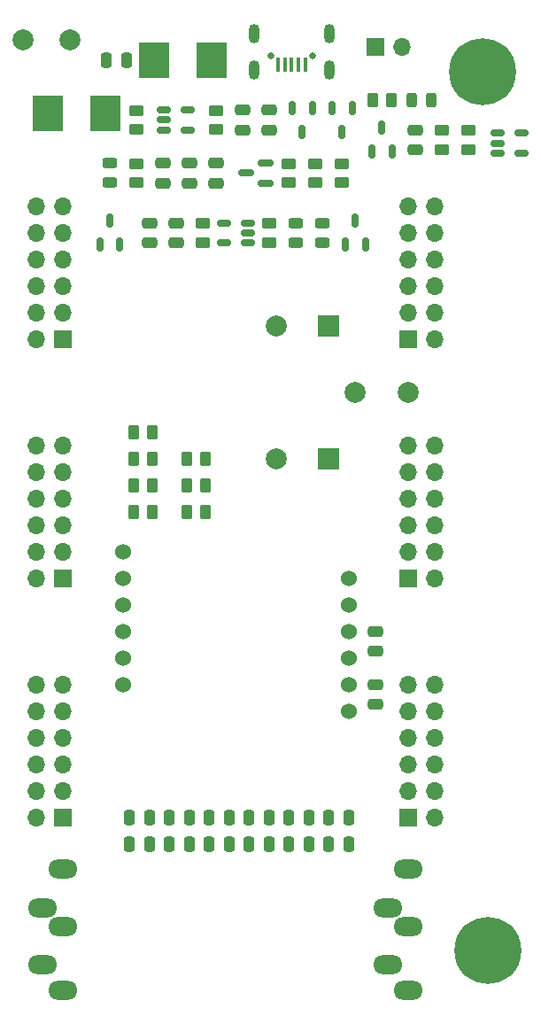
<source format=gbr>
%TF.GenerationSoftware,KiCad,Pcbnew,7.0.10*%
%TF.CreationDate,2024-01-02T11:24:53+01:00*%
%TF.ProjectId,sim800x_break,73696d38-3030-4785-9f62-7265616b2e6b,rev?*%
%TF.SameCoordinates,Original*%
%TF.FileFunction,Soldermask,Top*%
%TF.FilePolarity,Negative*%
%FSLAX46Y46*%
G04 Gerber Fmt 4.6, Leading zero omitted, Abs format (unit mm)*
G04 Created by KiCad (PCBNEW 7.0.10) date 2024-01-02 11:24:53*
%MOMM*%
%LPD*%
G01*
G04 APERTURE LIST*
G04 Aperture macros list*
%AMRoundRect*
0 Rectangle with rounded corners*
0 $1 Rounding radius*
0 $2 $3 $4 $5 $6 $7 $8 $9 X,Y pos of 4 corners*
0 Add a 4 corners polygon primitive as box body*
4,1,4,$2,$3,$4,$5,$6,$7,$8,$9,$2,$3,0*
0 Add four circle primitives for the rounded corners*
1,1,$1+$1,$2,$3*
1,1,$1+$1,$4,$5*
1,1,$1+$1,$6,$7*
1,1,$1+$1,$8,$9*
0 Add four rect primitives between the rounded corners*
20,1,$1+$1,$2,$3,$4,$5,0*
20,1,$1+$1,$4,$5,$6,$7,0*
20,1,$1+$1,$6,$7,$8,$9,0*
20,1,$1+$1,$8,$9,$2,$3,0*%
G04 Aperture macros list end*
%ADD10R,1.700000X1.700000*%
%ADD11O,1.700000X1.700000*%
%ADD12RoundRect,0.150000X-0.512500X-0.150000X0.512500X-0.150000X0.512500X0.150000X-0.512500X0.150000X0*%
%ADD13RoundRect,0.150000X0.150000X-0.512500X0.150000X0.512500X-0.150000X0.512500X-0.150000X-0.512500X0*%
%ADD14R,2.950000X3.500000*%
%ADD15RoundRect,0.250000X-0.450000X0.262500X-0.450000X-0.262500X0.450000X-0.262500X0.450000X0.262500X0*%
%ADD16RoundRect,0.250000X0.250000X0.475000X-0.250000X0.475000X-0.250000X-0.475000X0.250000X-0.475000X0*%
%ADD17C,2.000000*%
%ADD18RoundRect,0.250000X-0.250000X-0.475000X0.250000X-0.475000X0.250000X0.475000X-0.250000X0.475000X0*%
%ADD19RoundRect,0.250000X-0.475000X0.250000X-0.475000X-0.250000X0.475000X-0.250000X0.475000X0.250000X0*%
%ADD20RoundRect,0.150000X-0.150000X0.512500X-0.150000X-0.512500X0.150000X-0.512500X0.150000X0.512500X0*%
%ADD21RoundRect,0.250000X0.450000X-0.262500X0.450000X0.262500X-0.450000X0.262500X-0.450000X-0.262500X0*%
%ADD22C,0.800000*%
%ADD23C,6.400000*%
%ADD24R,2.000000X2.000000*%
%ADD25RoundRect,0.243750X0.456250X-0.243750X0.456250X0.243750X-0.456250X0.243750X-0.456250X-0.243750X0*%
%ADD26C,0.650000*%
%ADD27R,0.400000X1.400000*%
%ADD28O,1.050000X1.850000*%
%ADD29RoundRect,0.150000X0.512500X0.150000X-0.512500X0.150000X-0.512500X-0.150000X0.512500X-0.150000X0*%
%ADD30RoundRect,0.250000X0.262500X0.450000X-0.262500X0.450000X-0.262500X-0.450000X0.262500X-0.450000X0*%
%ADD31RoundRect,0.250000X0.475000X-0.250000X0.475000X0.250000X-0.475000X0.250000X-0.475000X-0.250000X0*%
%ADD32RoundRect,0.250000X-0.262500X-0.450000X0.262500X-0.450000X0.262500X0.450000X-0.262500X0.450000X0*%
%ADD33RoundRect,0.150000X0.587500X0.150000X-0.587500X0.150000X-0.587500X-0.150000X0.587500X-0.150000X0*%
%ADD34O,2.800000X1.800000*%
%ADD35RoundRect,0.243750X0.243750X0.456250X-0.243750X0.456250X-0.243750X-0.456250X0.243750X-0.456250X0*%
%ADD36C,1.524000*%
G04 APERTURE END LIST*
D10*
%TO.C,PMOD4*%
X111760000Y-68580000D03*
D11*
X114300000Y-68580000D03*
X111760000Y-66040000D03*
X114300000Y-66040000D03*
X111760000Y-63500000D03*
X114300000Y-63500000D03*
X111760000Y-60960000D03*
X114300000Y-60960000D03*
X111760000Y-58420000D03*
X114300000Y-58420000D03*
X111760000Y-55880000D03*
X114300000Y-55880000D03*
%TD*%
D12*
%TO.C,U2*%
X120280000Y-48895000D03*
X120280000Y-49845000D03*
X120280000Y-50795000D03*
X122555000Y-50795000D03*
X122555000Y-48895000D03*
%TD*%
D10*
%TO.C,PMOD3*%
X78740000Y-114300000D03*
D11*
X76200000Y-114300000D03*
X78740000Y-111760000D03*
X76200000Y-111760000D03*
X78740000Y-109220000D03*
X76200000Y-109220000D03*
X78740000Y-106680000D03*
X76200000Y-106680000D03*
X78740000Y-104140000D03*
X76200000Y-104140000D03*
X78740000Y-101600000D03*
X76200000Y-101600000D03*
%TD*%
D13*
%TO.C,U9*%
X105730000Y-59557500D03*
X107630000Y-59557500D03*
X106680000Y-57282500D03*
%TD*%
D14*
%TO.C,L2*%
X82735000Y-46990000D03*
X77285000Y-46990000D03*
%TD*%
D15*
%TO.C,R8*%
X105410000Y-51792500D03*
X105410000Y-53617500D03*
%TD*%
D10*
%TO.C,PMOD2*%
X78740000Y-91440000D03*
D11*
X76200000Y-91440000D03*
X78740000Y-88900000D03*
X76200000Y-88900000D03*
X78740000Y-86360000D03*
X76200000Y-86360000D03*
X78740000Y-83820000D03*
X76200000Y-83820000D03*
X78740000Y-81280000D03*
X76200000Y-81280000D03*
X78740000Y-78740000D03*
X76200000Y-78740000D03*
%TD*%
D10*
%TO.C,PMOD1*%
X78740000Y-68580000D03*
D11*
X76200000Y-68580000D03*
X78740000Y-66040000D03*
X76200000Y-66040000D03*
X78740000Y-63500000D03*
X76200000Y-63500000D03*
X78740000Y-60960000D03*
X76200000Y-60960000D03*
X78740000Y-58420000D03*
X76200000Y-58420000D03*
X78740000Y-55880000D03*
X76200000Y-55880000D03*
%TD*%
D16*
%TO.C,C9*%
X84770000Y-41910000D03*
X82870000Y-41910000D03*
%TD*%
D17*
%TO.C,TP3*%
X74930000Y-40005000D03*
%TD*%
D18*
%TO.C,C4*%
X85095000Y-116840000D03*
X86995000Y-116840000D03*
%TD*%
D13*
%TO.C,U3*%
X108270000Y-50667500D03*
X110170000Y-50667500D03*
X109220000Y-48392500D03*
%TD*%
D19*
%TO.C,C12*%
X89535000Y-57470000D03*
X89535000Y-59370000D03*
%TD*%
D20*
%TO.C,U7*%
X106360000Y-46487500D03*
X104460000Y-46487500D03*
X105410000Y-48762500D03*
%TD*%
D21*
%TO.C,R13*%
X85725000Y-53617500D03*
X85725000Y-51792500D03*
%TD*%
D18*
%TO.C,C3*%
X92715000Y-114300000D03*
X94615000Y-114300000D03*
%TD*%
%TO.C,C21*%
X104145000Y-114300000D03*
X106045000Y-114300000D03*
%TD*%
D22*
%TO.C,H2*%
X119380000Y-124600000D03*
X121077056Y-125302944D03*
X117682944Y-125302944D03*
X121780000Y-127000000D03*
D23*
X119380000Y-127000000D03*
D22*
X116980000Y-127000000D03*
X121077056Y-128697056D03*
X117682944Y-128697056D03*
X119380000Y-129400000D03*
%TD*%
D14*
%TO.C,L1*%
X92895000Y-41910000D03*
X87445000Y-41910000D03*
%TD*%
D24*
%TO.C,C14*%
X104140000Y-67310000D03*
D17*
X99140000Y-67310000D03*
%TD*%
D25*
%TO.C,D3*%
X103505000Y-59357500D03*
X103505000Y-57482500D03*
%TD*%
D26*
%TO.C,J5*%
X102584000Y-41500000D03*
X98584000Y-41500000D03*
D27*
X101884000Y-42320000D03*
X101234000Y-42320000D03*
X100584000Y-42320000D03*
X99934000Y-42320000D03*
X99284000Y-42320000D03*
D28*
X104159000Y-42820000D03*
X104159000Y-39370000D03*
X97034000Y-42820000D03*
X97009000Y-39370000D03*
%TD*%
D18*
%TO.C,C1*%
X88905000Y-114300000D03*
X90805000Y-114300000D03*
%TD*%
D29*
%TO.C,U5*%
X96387500Y-59370000D03*
X96387500Y-58420000D03*
X96387500Y-57470000D03*
X94112500Y-57470000D03*
X94112500Y-59370000D03*
%TD*%
D19*
%TO.C,C10*%
X88265000Y-51755000D03*
X88265000Y-53655000D03*
%TD*%
D18*
%TO.C,C2*%
X85095000Y-114300000D03*
X86995000Y-114300000D03*
%TD*%
D30*
%TO.C,R3*%
X92352500Y-82550000D03*
X90527500Y-82550000D03*
%TD*%
D12*
%TO.C,U4*%
X88397500Y-46675000D03*
X88397500Y-47625000D03*
X88397500Y-48575000D03*
X90672500Y-48575000D03*
X90672500Y-46675000D03*
%TD*%
D30*
%TO.C,R2*%
X92352500Y-80010000D03*
X90527500Y-80010000D03*
%TD*%
D18*
%TO.C,C24*%
X104145000Y-116840000D03*
X106045000Y-116840000D03*
%TD*%
D21*
%TO.C,R9*%
X100330000Y-53617500D03*
X100330000Y-51792500D03*
%TD*%
D19*
%TO.C,C25*%
X86995000Y-57470000D03*
X86995000Y-59370000D03*
%TD*%
D30*
%TO.C,R4*%
X87272500Y-77470000D03*
X85447500Y-77470000D03*
%TD*%
D25*
%TO.C,D2*%
X100965000Y-59357500D03*
X100965000Y-57482500D03*
%TD*%
D15*
%TO.C,R18*%
X102870000Y-51792500D03*
X102870000Y-53617500D03*
%TD*%
D22*
%TO.C,H1*%
X118835000Y-40640000D03*
X120532056Y-41342944D03*
X117137944Y-41342944D03*
X121235000Y-43040000D03*
D23*
X118835000Y-43040000D03*
D22*
X116435000Y-43040000D03*
X120532056Y-44737056D03*
X117137944Y-44737056D03*
X118835000Y-45440000D03*
%TD*%
D31*
%TO.C,C11*%
X95885000Y-48575000D03*
X95885000Y-46675000D03*
%TD*%
D18*
%TO.C,C5*%
X88905000Y-116840000D03*
X90805000Y-116840000D03*
%TD*%
D30*
%TO.C,R6*%
X87272500Y-85090000D03*
X85447500Y-85090000D03*
%TD*%
D18*
%TO.C,C22*%
X96525000Y-116840000D03*
X98425000Y-116840000D03*
%TD*%
D32*
%TO.C,R10*%
X108307500Y-45720000D03*
X110132500Y-45720000D03*
%TD*%
D30*
%TO.C,R1*%
X87272500Y-82550000D03*
X85447500Y-82550000D03*
%TD*%
D10*
%TO.C,PMOD5*%
X111760000Y-114300000D03*
D11*
X114300000Y-114300000D03*
X111760000Y-111760000D03*
X114300000Y-111760000D03*
X111760000Y-109220000D03*
X114300000Y-109220000D03*
X111760000Y-106680000D03*
X114300000Y-106680000D03*
X111760000Y-104140000D03*
X114300000Y-104140000D03*
X111760000Y-101600000D03*
X114300000Y-101600000D03*
%TD*%
D19*
%TO.C,C6*%
X108585000Y-101605000D03*
X108585000Y-103505000D03*
%TD*%
D17*
%TO.C,TP1*%
X111760000Y-73660000D03*
%TD*%
D15*
%TO.C,R12*%
X93345000Y-46712500D03*
X93345000Y-48537500D03*
%TD*%
D25*
%TO.C,D12*%
X83185000Y-53642500D03*
X83185000Y-51767500D03*
%TD*%
D20*
%TO.C,U6*%
X102550000Y-46487500D03*
X100650000Y-46487500D03*
X101600000Y-48762500D03*
%TD*%
D33*
%TO.C,Q1*%
X98092500Y-53655000D03*
X98092500Y-51755000D03*
X96217500Y-52705000D03*
%TD*%
D17*
%TO.C,TP4*%
X106680000Y-73660000D03*
%TD*%
D34*
%TO.C,J2*%
X109760000Y-122910000D03*
X111760000Y-124710000D03*
X111760000Y-130810000D03*
X109760000Y-128410000D03*
X111760000Y-119210000D03*
%TD*%
D31*
%TO.C,C7*%
X108585000Y-98425000D03*
X108585000Y-96525000D03*
%TD*%
D19*
%TO.C,C26*%
X112395000Y-48580000D03*
X112395000Y-50480000D03*
%TD*%
D21*
%TO.C,R11*%
X114935000Y-50442500D03*
X114935000Y-48617500D03*
%TD*%
D10*
%TO.C,J1*%
X108585000Y-40640000D03*
D11*
X111125000Y-40640000D03*
%TD*%
D17*
%TO.C,TP2*%
X79375000Y-40005000D03*
%TD*%
D35*
%TO.C,D1*%
X113967500Y-45720000D03*
X112092500Y-45720000D03*
%TD*%
D31*
%TO.C,C16*%
X98425000Y-48575000D03*
X98425000Y-46675000D03*
%TD*%
D19*
%TO.C,C13*%
X90805000Y-51755000D03*
X90805000Y-53655000D03*
%TD*%
D15*
%TO.C,R16*%
X92075000Y-57507500D03*
X92075000Y-59332500D03*
%TD*%
D36*
%TO.C,U1*%
X106045000Y-104140000D03*
X106045000Y-101600000D03*
X106045000Y-99060000D03*
X106045000Y-96520000D03*
X106045000Y-93980000D03*
X106045000Y-91440000D03*
X84455000Y-88900000D03*
X84455000Y-91440000D03*
X84455000Y-93980000D03*
X84455000Y-96520000D03*
X84455000Y-99060000D03*
X84455000Y-101600000D03*
%TD*%
D30*
%TO.C,R7*%
X92352500Y-85090000D03*
X90527500Y-85090000D03*
%TD*%
D18*
%TO.C,C20*%
X100335000Y-114300000D03*
X102235000Y-114300000D03*
%TD*%
D34*
%TO.C,J3*%
X76740000Y-122910000D03*
X78740000Y-124710000D03*
X78740000Y-130810000D03*
X76740000Y-128410000D03*
X78740000Y-119210000D03*
%TD*%
D30*
%TO.C,R5*%
X87272500Y-80010000D03*
X85447500Y-80010000D03*
%TD*%
D19*
%TO.C,C17*%
X93345000Y-51755000D03*
X93345000Y-53655000D03*
%TD*%
D18*
%TO.C,C18*%
X92715000Y-116840000D03*
X94615000Y-116840000D03*
%TD*%
D21*
%TO.C,R14*%
X85725000Y-48537500D03*
X85725000Y-46712500D03*
%TD*%
D24*
%TO.C,C8*%
X104140000Y-80010000D03*
D17*
X99140000Y-80010000D03*
%TD*%
D10*
%TO.C,PMOD6*%
X111760000Y-91440000D03*
D11*
X114300000Y-91440000D03*
X111760000Y-88900000D03*
X114300000Y-88900000D03*
X111760000Y-86360000D03*
X114300000Y-86360000D03*
X111760000Y-83820000D03*
X114300000Y-83820000D03*
X111760000Y-81280000D03*
X114300000Y-81280000D03*
X111760000Y-78740000D03*
X114300000Y-78740000D03*
%TD*%
D13*
%TO.C,U8*%
X82235000Y-59557500D03*
X84135000Y-59557500D03*
X83185000Y-57282500D03*
%TD*%
D21*
%TO.C,R17*%
X98425000Y-59332500D03*
X98425000Y-57507500D03*
%TD*%
D18*
%TO.C,C19*%
X96525000Y-114300000D03*
X98425000Y-114300000D03*
%TD*%
%TO.C,C23*%
X100335000Y-116840000D03*
X102235000Y-116840000D03*
%TD*%
D21*
%TO.C,R15*%
X117475000Y-50442500D03*
X117475000Y-48617500D03*
%TD*%
M02*

</source>
